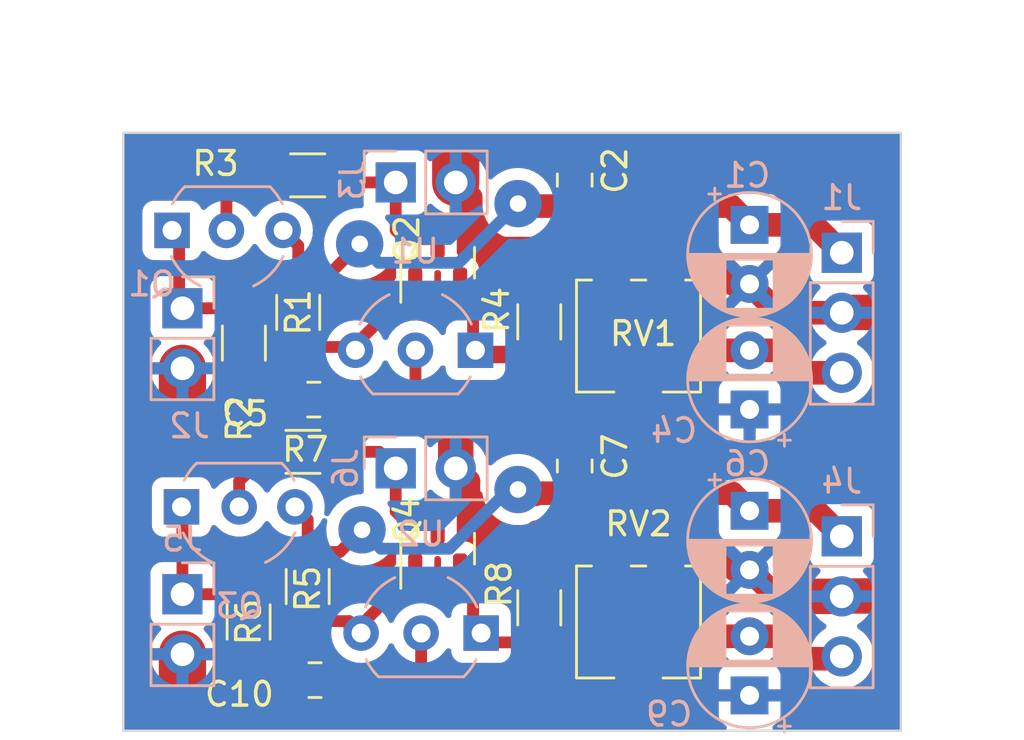
<source format=kicad_pcb>
(kicad_pcb (version 20240108) (generator "pcbnew") (generator_version "8.0")
  (layers (0 "F.Cu" signal) (31 "B.Cu" signal) (34 "B.Paste" user) (35 "F.Paste" user) (36 "B.SilkS" user "B.Silkscreen") (37 "F.SilkS" user "F.Silkscreen") (38 "B.Mask" user) (39 "F.Mask" user) (44 "Edge.Cuts" user))
  (net 0 "")
  (net 1 "+5V")
  (net 2 "GND")
  (net 3 "-5V")
  (net 4 "Net-(J3-Pad1)")
  (net 5 "Net-(Q2-Pad1)")
  (net 6 "Net-(Q4-Pad1)")
  (net 7 "Net-(J2-Pad1)")
  (net 8 "Net-(J5-Pad1)")
  (net 9 "Net-(Q1-Pad2)")
  (net 10 "Net-(Q3-Pad2)")
  (net 11 "Net-(R4-Pad2)")
  (net 12 "Net-(R8-Pad2)")
  (net 13 "Net-(J6-Pad1)")
  (net 14 "Net-(Q2-Pad2)")
  (net 15 "Net-(Q4-Pad2)")
  (footprint "Package_TO_SOT_SMD:SOT-23" (layer "F.Cu") (at 129.5 95.7 90)
    (property "Reference" "Q4" (at 1.2 -1.3 90) (layer "F.SilkS"))
    (property "Value" "BC847")
    (pad "1" smd roundrect (at -0.9375 -0.95 90) (size 1.475 0.6) (layers "F.Cu" "F.Paste" "F.Mask") (net 6 "Net-(Q4-Pad1)"))
    (pad "2" smd roundrect (at -0.9375 0.95 90) (size 1.475 0.6) (layers "F.Cu" "F.Paste" "F.Mask") (net 15 "Net-(Q4-Pad2)"))
    (pad "3" smd roundrect (at 0.9375 0 90) (size 1.475 0.6) (layers "F.Cu" "F.Paste" "F.Mask") (net 13 "Net-(J6-Pad1)"))
  )
  (footprint "Resistor_SMD:R_1206_3216Metric" (layer "F.Cu") (at 133.8 86.1 90)
    (property "Reference" "R4" (at 0.5 -1.8 90) (layer "F.SilkS"))
    (property "Value" "510")
    (pad "1" smd roundrect (at -1.4625 0 90) (size 1.125 1.75) (layers "F.Cu" "F.Paste" "F.Mask") (roundrect_rratio 0.222222) (net 14 "Net-(Q2-Pad2)"))
    (pad "2" smd roundrect (at 1.4625 0 90) (size 1.125 1.75) (layers "F.Cu" "F.Paste" "F.Mask") (roundrect_rratio 0.222222) (net 11 "Net-(R4-Pad2)"))
  )
  (footprint "Resistor_SMD:R_1206_3216Metric" (layer "F.Cu") (at 124 79.9)
    (property "Reference" "R3" (at -3.9 -0.5 0) (layer "F.SilkS"))
    (property "Value" "51")
    (pad "1" smd roundrect (at -1.4625 0) (size 1.125 1.75) (layers "F.Cu" "F.Paste" "F.Mask") (roundrect_rratio 0.222222) (net 9 "Net-(Q1-Pad2)"))
    (pad "2" smd roundrect (at 1.4625 0) (size 1.125 1.75) (layers "F.Cu" "F.Paste" "F.Mask") (roundrect_rratio 0.222222) (net 4 "Net-(J3-Pad1)"))
  )
  (footprint "Package_TO_SOT_SMD:SOT-23" (layer "F.Cu") (at 129.5 83.6 90)
    (property "Reference" "Q2" (at 1 -1.3 90) (layer "F.SilkS"))
    (property "Value" "BC847")
    (pad "1" smd roundrect (at -0.9375 -0.95 90) (size 1.475 0.6) (layers "F.Cu" "F.Paste" "F.Mask") (net 5 "Net-(Q2-Pad1)"))
    (pad "2" smd roundrect (at -0.9375 0.95 90) (size 1.475 0.6) (layers "F.Cu" "F.Paste" "F.Mask") (net 14 "Net-(Q2-Pad2)"))
    (pad "3" smd roundrect (at 0.9375 0 90) (size 1.475 0.6) (layers "F.Cu" "F.Paste" "F.Mask") (net 4 "Net-(J3-Pad1)"))
  )
  (footprint "Capacitor_SMD:C_0805_2012Metric" (layer "F.Cu") (at 124.26 89.39 180)
    (property "Reference" "C5" (at 2.9 -0.6 0) (layer "F.SilkS"))
    (property "Value" "0.1u")
    (pad "1" smd roundrect (at -0.95 0 180) (size 1 1.45) (layers "F.Cu" "F.Paste" "F.Mask") (net 3 "-5V"))
    (pad "2" smd roundrect (at 0.95 0 180) (size 1 1.45) (layers "F.Cu" "F.Paste" "F.Mask") (net 2 "GND"))
  )
  (footprint "Resistor_SMD:R_1206_3216Metric" (layer "F.Cu") (at 124 97.3 -90)
    (property "Reference" "R5" (at 0.1 0 -90) (layer "F.SilkS"))
    (property "Value" "6k2")
    (pad "1" smd roundrect (at -1.4625 0 270) (size 1.125 1.75) (layers "F.Cu" "F.Paste" "F.Mask") (roundrect_rratio 0.222222) (net 1 "+5V"))
    (pad "2" smd roundrect (at 1.4625 0 270) (size 1.125 1.75) (layers "F.Cu" "F.Paste" "F.Mask") (roundrect_rratio 0.222222) (net 6 "Net-(Q4-Pad1)"))
  )
  (footprint "Capacitor_SMD:C_0805_2012Metric" (layer "F.Cu") (at 135.3 80.1 90)
    (property "Reference" "C2" (at 0.4 1.7 90) (layer "F.SilkS"))
    (property "Value" "0.1u")
    (pad "1" smd roundrect (at -0.95 0 90) (size 1 1.45) (layers "F.Cu" "F.Paste" "F.Mask") (net 1 "+5V"))
    (pad "2" smd roundrect (at 0.95 0 90) (size 1 1.45) (layers "F.Cu" "F.Paste" "F.Mask") (net 2 "GND"))
  )
  (footprint "Resistor_SMD:R_1206_3216Metric" (layer "F.Cu") (at 133.8 98.2 90)
    (property "Reference" "R8" (at 1 -1.7 90) (layer "F.SilkS"))
    (property "Value" "510")
    (pad "1" smd roundrect (at -1.4625 0 90) (size 1.125 1.75) (layers "F.Cu" "F.Paste" "F.Mask") (roundrect_rratio 0.222222) (net 15 "Net-(Q4-Pad2)"))
    (pad "2" smd roundrect (at 1.4625 0 90) (size 1.125 1.75) (layers "F.Cu" "F.Paste" "F.Mask") (roundrect_rratio 0.222222) (net 12 "Net-(R8-Pad2)"))
  )
  (footprint "Potentiometer_SMD:Potentiometer_Bourns_3314S_Horizontal" (layer "F.Cu") (at 138 86.7)
    (property "Reference" "RV1" (at 0.2 -0.1 0) (layer "F.SilkS"))
    (property "Value" "1k")
    (pad "1" smd rect (at 1.15 -2.025) (size 1.2 1.75) (layers "F.Cu" "F.Paste" "F.Mask") (net 3 "-5V"))
    (pad "2" smd rect (at 0 2.025) (size 1.6 1.75) (layers "F.Cu" "F.Paste" "F.Mask") (net 3 "-5V"))
    (pad "3" smd rect (at -1.15 -2.025) (size 1.2 1.75) (layers "F.Cu" "F.Paste" "F.Mask") (net 11 "Net-(R4-Pad2)"))
  )
  (footprint "Capacitor_SMD:C_0805_2012Metric" (layer "F.Cu") (at 135.3 92.2 90)
    (property "Reference" "C7" (at 0.4 1.7 90) (layer "F.SilkS"))
    (property "Value" "0.1u")
    (pad "1" smd roundrect (at -0.95 0 90) (size 1 1.45) (layers "F.Cu" "F.Paste" "F.Mask") (net 1 "+5V"))
    (pad "2" smd roundrect (at 0.95 0 90) (size 1 1.45) (layers "F.Cu" "F.Paste" "F.Mask") (net 2 "GND"))
  )
  (footprint "Potentiometer_SMD:Potentiometer_Bourns_3314S_Horizontal" (layer "F.Cu") (at 138 98.8)
    (property "Reference" "RV2" (at 0 -4.15 0) (layer "F.SilkS"))
    (property "Value" "1k")
    (pad "1" smd rect (at 1.15 -2.025) (size 1.2 1.75) (layers "F.Cu" "F.Paste" "F.Mask") (net 3 "-5V"))
    (pad "2" smd rect (at 0 2.025) (size 1.6 1.75) (layers "F.Cu" "F.Paste" "F.Mask") (net 3 "-5V"))
    (pad "3" smd rect (at -1.15 -2.025) (size 1.2 1.75) (layers "F.Cu" "F.Paste" "F.Mask") (net 12 "Net-(R8-Pad2)"))
  )
  (footprint "Capacitor_SMD:C_0805_2012Metric" (layer "F.Cu") (at 124.31 101.26 180)
    (property "Reference" "C10" (at 3.2 -0.6 0) (layer "F.SilkS"))
    (property "Value" "0.1u")
    (pad "1" smd roundrect (at -0.95 0 180) (size 1 1.45) (layers "F.Cu" "F.Paste" "F.Mask") (net 3 "-5V"))
    (pad "2" smd roundrect (at 0.95 0 180) (size 1 1.45) (layers "F.Cu" "F.Paste" "F.Mask") (net 2 "GND"))
  )
  (footprint "Resistor_SMD:R_1206_3216Metric" (layer "F.Cu") (at 121.3 87 -90)
    (property "Reference" "R2" (at 3.2 0.2 -90) (layer "F.SilkS"))
    (property "Value" "1M")
    (pad "1" smd roundrect (at -1.4625 0 270) (size 1.125 1.75) (layers "F.Cu" "F.Paste" "F.Mask") (roundrect_rratio 0.222222) (net 7 "Net-(J2-Pad1)"))
    (pad "2" smd roundrect (at 1.4625 0 270) (size 1.125 1.75) (layers "F.Cu" "F.Paste" "F.Mask") (roundrect_rratio 0.222222) (net 2 "GND"))
  )
  (footprint "Resistor_SMD:R_1206_3216Metric" (layer "F.Cu") (at 123.6 85.7 90)
    (property "Reference" "R1" (at 0 0 90) (layer "F.SilkS"))
    (property "Value" "6k2")
    (pad "1" smd roundrect (at -1.4625 0 90) (size 1.125 1.75) (layers "F.Cu" "F.Paste" "F.Mask") (roundrect_rratio 0.222222) (net 5 "Net-(Q2-Pad1)"))
    (pad "2" smd roundrect (at 1.4625 0 90) (size 1.125 1.75) (layers "F.Cu" "F.Paste" "F.Mask") (roundrect_rratio 0.222222) (net 1 "+5V"))
  )
  (footprint "Resistor_SMD:R_1206_3216Metric" (layer "F.Cu") (at 123.8 91.6)
    (property "Reference" "R7" (at 0.1 -0.1 0) (layer "F.SilkS"))
    (property "Value" "51")
    (pad "1" smd roundrect (at -1.4625 0) (size 1.125 1.75) (layers "F.Cu" "F.Paste" "F.Mask") (roundrect_rratio 0.222222) (net 10 "Net-(Q3-Pad2)"))
    (pad "2" smd roundrect (at 1.4625 0) (size 1.125 1.75) (layers "F.Cu" "F.Paste" "F.Mask") (roundrect_rratio 0.222222) (net 13 "Net-(J6-Pad1)"))
  )
  (footprint "Resistor_SMD:R_1206_3216Metric" (layer "F.Cu") (at 121.5 98.8 -90)
    (property "Reference" "R6" (at 0 0 -90) (layer "F.SilkS"))
    (property "Value" "1M")
    (pad "1" smd roundrect (at -1.4625 0 270) (size 1.125 1.75) (layers "F.Cu" "F.Paste" "F.Mask") (roundrect_rratio 0.222222) (net 8 "Net-(J5-Pad1)"))
    (pad "2" smd roundrect (at 1.4625 0 270) (size 1.125 1.75) (layers "F.Cu" "F.Paste" "F.Mask") (roundrect_rratio 0.222222) (net 2 "GND"))
  )
  (footprint "Capacitor_THT:CP_Radial_D5.0mm_P2.50mm" (layer "B.Cu") (at 142.7 89.805113 90)
    (property "Reference" "C4" (at -0.894887 -3.2 0) (layer "B.SilkS") (effects (justify mirror)))
    (property "Value" "22u")
    (pad "1" thru_hole rect (at 0 0 90) (size 1.6 1.6) (drill 0.8) (layers "*.Cu" "*.Mask") (net 2 "GND"))
    (pad "2" thru_hole circle (at 2.5 0 90) (size 1.6 1.6) (drill 0.8) (layers "*.Cu" "*.Mask") (net 3 "-5V"))
  )
  (footprint "Connector_PinHeader_2.54mm:PinHeader_1x03_P2.54mm_Vertical" (layer "B.Cu") (at 146.6 95.175 180)
    (property "Reference" "J4" (at 0 2.33 0) (layer "B.SilkS") (effects (justify mirror)))
    (property "Value" "Conn_01x03_Female")
    (pad "1" thru_hole rect (at 0 0 180) (size 1.7 1.7) (drill 1) (layers "*.Cu" "*.Mask") (net 1 "+5V"))
    (pad "2" thru_hole oval (at 0 -2.54 180) (size 1.7 1.7) (drill 1) (layers "*.Cu" "*.Mask") (net 2 "GND"))
    (pad "3" thru_hole oval (at 0 -5.08 180) (size 1.7 1.7) (drill 1) (layers "*.Cu" "*.Mask") (net 3 "-5V"))
  )
  (footprint "Package_TO_SOT_THT:TO-92_Wide" (layer "B.Cu") (at 118.56 93.93)
    (property "Reference" "Q3" (at 2.55 4.19 0) (layer "B.SilkS") (effects (justify mirror)))
    (property "Value" "BF245A")
    (pad "1" thru_hole rect (at 0.1 0) (size 1.5 1.5) (drill 0.8) (layers "*.Cu" "*.Mask") (net 8 "Net-(J5-Pad1)"))
    (pad "2" thru_hole circle (at 2.54 0) (size 1.5 1.5) (drill 0.8) (layers "*.Cu" "*.Mask") (net 10 "Net-(Q3-Pad2)"))
    (pad "3" thru_hole circle (at 4.9 0) (size 1.5 1.5) (drill 0.8) (layers "*.Cu" "*.Mask") (net 1 "+5V"))
  )
  (footprint "Capacitor_THT:CP_Radial_D5.0mm_P2.50mm" (layer "B.Cu") (at 142.7 101.905113 90)
    (property "Reference" "C9" (at -0.794887 -3.4 0) (layer "B.SilkS") (effects (justify mirror)))
    (property "Value" "22u")
    (pad "1" thru_hole rect (at 0 0 90) (size 1.6 1.6) (drill 0.8) (layers "*.Cu" "*.Mask") (net 2 "GND"))
    (pad "2" thru_hole circle (at 2.5 0 90) (size 1.6 1.6) (drill 0.8) (layers "*.Cu" "*.Mask") (net 3 "-5V"))
  )
  (footprint "Package_TO_SOT_THT:TO-92_Wide" (layer "B.Cu") (at 118.06 82.23)
    (property "Reference" "Q1" (at -0.66 2.27 0) (layer "B.SilkS") (effects (justify mirror)))
    (property "Value" "BF245A")
    (pad "1" thru_hole rect (at 0.2 0) (size 1.5 1.5) (drill 0.8) (layers "*.Cu" "*.Mask") (net 7 "Net-(J2-Pad1)"))
    (pad "2" thru_hole circle (at 2.5 0) (size 1.5 1.5) (drill 0.8) (layers "*.Cu" "*.Mask") (net 9 "Net-(Q1-Pad2)"))
    (pad "3" thru_hole circle (at 4.9 0) (size 1.5 1.5) (drill 0.8) (layers "*.Cu" "*.Mask") (net 1 "+5V"))
  )
  (footprint "Capacitor_THT:CP_Radial_D5.0mm_P2.50mm" (layer "B.Cu") (at 142.7 94.094888 -90)
    (property "Reference" "C6" (at -1.994888 0.1 0) (layer "B.SilkS") (effects (justify mirror)))
    (property "Value" "22u")
    (pad "1" thru_hole rect (at 0 0 270) (size 1.6 1.6) (drill 0.8) (layers "*.Cu" "*.Mask") (net 1 "+5V"))
    (pad "2" thru_hole circle (at 2.5 0 270) (size 1.6 1.6) (drill 0.8) (layers "*.Cu" "*.Mask") (net 2 "GND"))
  )
  (footprint "Connector_PinHeader_2.54mm:PinHeader_1x02_P2.54mm_Vertical" (layer "B.Cu") (at 127.725 80.2 -90)
    (property "Reference" "J3" (at -0.1 1.825 90) (layer "B.SilkS") (effects (justify mirror)))
    (property "Value" "Conn_01x02_Female")
    (pad "1" thru_hole rect (at 0 0 270) (size 1.7 1.7) (drill 1) (layers "*.Cu" "*.Mask") (net 4 "Net-(J3-Pad1)"))
    (pad "2" thru_hole oval (at 0 -2.54 270) (size 1.7 1.7) (drill 1) (layers "*.Cu" "*.Mask") (net 2 "GND"))
  )
  (footprint "Capacitor_THT:CP_Radial_D5.0mm_P2.50mm" (layer "B.Cu") (at 142.7 81.994888 -90)
    (property "Reference" "C1" (at -2.094888 0.1 0) (layer "B.SilkS") (effects (justify mirror)))
    (property "Value" "22u")
    (pad "1" thru_hole rect (at 0 0 270) (size 1.6 1.6) (drill 0.8) (layers "*.Cu" "*.Mask") (net 1 "+5V"))
    (pad "2" thru_hole circle (at 2.5 0 270) (size 1.6 1.6) (drill 0.8) (layers "*.Cu" "*.Mask") (net 2 "GND"))
  )
  (footprint "Package_TO_SOT_THT:TO-92_Wide" (layer "B.Cu") (at 131.1 87.3 180)
    (property "Reference" "U1" (at 2.55 4.19 0) (layer "B.SilkS") (effects (justify mirror)))
    (property "Value" "TL431LP")
    (pad "1" thru_hole rect (at 0 0 180) (size 1.5 1.5) (drill 0.8) (layers "*.Cu" "*.Mask") (net 14 "Net-(Q2-Pad2)"))
    (pad "2" thru_hole circle (at 2.54 0 180) (size 1.5 1.5) (drill 0.8) (layers "*.Cu" "*.Mask") (net 3 "-5V"))
    (pad "3" thru_hole circle (at 5.08 0 180) (size 1.5 1.5) (drill 0.8) (layers "*.Cu" "*.Mask") (net 5 "Net-(Q2-Pad1)"))
  )
  (footprint "Connector_PinHeader_2.54mm:PinHeader_1x02_P2.54mm_Vertical" (layer "B.Cu") (at 118.7 85.525 180)
    (property "Reference" "J2" (at -0.3 -4.975 0) (layer "B.SilkS") (effects (justify mirror)))
    (property "Value" "Conn_01x02_Female")
    (pad "1" thru_hole rect (at 0 0 180) (size 1.7 1.7) (drill 1) (layers "*.Cu" "*.Mask") (net 7 "Net-(J2-Pad1)"))
    (pad "2" thru_hole oval (at 0 -2.54 180) (size 1.7 1.7) (drill 1) (layers "*.Cu" "*.Mask") (net 2 "GND"))
  )
  (footprint "Connector_PinHeader_2.54mm:PinHeader_1x02_P2.54mm_Vertical" (layer "B.Cu") (at 118.7 97.625 180)
    (property "Reference" "J5" (at 0 2.33 0) (layer "B.SilkS") (effects (justify mirror)))
    (property "Value" "Conn_01x02_Female")
    (pad "1" thru_hole rect (at 0 0 180) (size 1.7 1.7) (drill 1) (layers "*.Cu" "*.Mask") (net 8 "Net-(J5-Pad1)"))
    (pad "2" thru_hole oval (at 0 -2.54 180) (size 1.7 1.7) (drill 1) (layers "*.Cu" "*.Mask") (net 2 "GND"))
  )
  (footprint "Connector_PinHeader_2.54mm:PinHeader_1x03_P2.54mm_Vertical" (layer "B.Cu") (at 146.6 83.175 180)
    (property "Reference" "J1" (at 0 2.33 0) (layer "B.SilkS") (effects (justify mirror)))
    (property "Value" "Conn_01x03_Female")
    (pad "1" thru_hole rect (at 0 0 180) (size 1.7 1.7) (drill 1) (layers "*.Cu" "*.Mask") (net 1 "+5V"))
    (pad "2" thru_hole oval (at 0 -2.54 180) (size 1.7 1.7) (drill 1) (layers "*.Cu" "*.Mask") (net 2 "GND"))
    (pad "3" thru_hole oval (at 0 -5.08 180) (size 1.7 1.7) (drill 1) (layers "*.Cu" "*.Mask") (net 3 "-5V"))
  )
  (footprint "Package_TO_SOT_THT:TO-92_Wide" (layer "B.Cu") (at 131.34 99.27 180)
    (property "Reference" "U2" (at 2.55 4.19 0) (layer "B.SilkS") (effects (justify mirror)))
    (property "Value" "TL431LP")
    (pad "1" thru_hole rect (at 0 0 180) (size 1.5 1.5) (drill 0.8) (layers "*.Cu" "*.Mask") (net 15 "Net-(Q4-Pad2)"))
    (pad "2" thru_hole circle (at 2.54 0 180) (size 1.5 1.5) (drill 0.8) (layers "*.Cu" "*.Mask") (net 3 "-5V"))
    (pad "3" thru_hole circle (at 5.08 0 180) (size 1.5 1.5) (drill 0.8) (layers "*.Cu" "*.Mask") (net 6 "Net-(Q4-Pad1)"))
  )
  (footprint "Connector_PinHeader_2.54mm:PinHeader_1x02_P2.54mm_Vertical" (layer "B.Cu") (at 127.725 92.3 -90)
    (property "Reference" "J6" (at 0 2.125 90) (layer "B.SilkS") (effects (justify mirror)))
    (property "Value" "Conn_01x02_Female")
    (pad "1" thru_hole rect (at 0 0 270) (size 1.7 1.7) (drill 1) (layers "*.Cu" "*.Mask") (net 13 "Net-(J6-Pad1)"))
    (pad "2" thru_hole oval (at 0 -2.54 270) (size 1.7 1.7) (drill 1) (layers "*.Cu" "*.Mask") (net 2 "GND"))
  )
  (gr_rect (start 116.2 78.1) (end 149.1 103.4) (stroke (width 0.1)) (fill none) (layer "Edge.Cuts"))
  (segment (start 123.6 82.87) (end 123.03 82.3) (width 0.5) (layer "F.Cu") (net 1))
  (segment (start 123.6 84.2375) (end 124.7625 84.2375) (width 0.5) (layer "F.Cu") (net 1))
  (segment (start 142.7 94.094888) (end 145.519888 94.094888) (width 1) (layer "F.Cu") (net 1))
  (segment (start 141.905112 81.2) (end 142.7 81.994888) (width 1) (layer "F.Cu") (net 1))
  (segment (start 133.004614 81.2) (end 141.905112 81.2) (width 1) (layer "F.Cu") (net 1))
  (segment (start 133.104614 93.4) (end 133.65 93.4) (width 1) (layer "F.Cu") (net 1))
  (segment (start 124 95.8375) (end 124 94.47) (width 0.5) (layer "F.Cu") (net 1))
  (segment (start 132.9 81.095386) (end 133.004614 81.2) (width 1) (layer "F.Cu") (net 1))
  (segment (start 142.7 94.094888) (end 142.694888 94.1) (width 0.5) (layer "F.Cu") (net 1))
  (segment (start 132.9 93.195386) (end 133.104614 93.4) (width 1) (layer "F.Cu") (net 1))
  (segment (start 123.6 84.2375) (end 123.6 82.87) (width 0.5) (layer "F.Cu") (net 1))
  (segment (start 124.7625 84.2375) (end 126.2 82.8) (width 0.5) (layer "F.Cu") (net 1))
  (segment (start 133.65 81.3) (end 133.7 81.25) (width 0.5) (layer "F.Cu") (net 1))
  (segment (start 125.3625 95.8375) (end 126.3 94.9) (width 0.5) (layer "F.Cu") (net 1))
  (segment (start 124 95.8375) (end 125.3625 95.8375) (width 0.5) (layer "F.Cu") (net 1))
  (segment (start 142.7 81.994888) (end 142.694888 82) (width 0.5) (layer "F.Cu") (net 1))
  (segment (start 142.7 81.994888) (end 145.419888 81.994888) (width 1) (layer "F.Cu") (net 1))
  (segment (start 145.519888 94.094888) (end 146.7 95.275) (width 1) (layer "F.Cu") (net 1))
  (segment (start 124 94.47) (end 123.46 93.93) (width 0.5) (layer "F.Cu") (net 1))
  (segment (start 145.419888 81.994888) (end 146.6 83.175) (width 1) (layer "F.Cu") (net 1))
  (segment (start 141.955112 93.35) (end 142.7 94.094888) (width 1) (layer "F.Cu") (net 1))
  (segment (start 133.7 93.35) (end 141.955112 93.35) (width 1) (layer "F.Cu") (net 1))
  (via (at 132.9 93.195386) (size 2) (drill 0.7) (layers "F.Cu" "B.Cu") (net 1))
  (via (at 126.2 82.8) (size 2) (drill 0.7) (layers "F.Cu" "B.Cu") (net 1))
  (via (at 126.3 94.9) (size 2) (drill 0.7) (layers "F.Cu" "B.Cu") (net 1))
  (via (at 132.9 81.095386) (size 2) (drill 0.7) (layers "F.Cu" "B.Cu") (net 1))
  (segment (start 126.2 82.8) (end 127 83.6) (width 0.5) (layer "B.Cu") (net 1))
  (segment (start 130 95.7) (end 132.504614 93.195386) (width 0.5) (layer "B.Cu") (net 1))
  (segment (start 127 83.6) (end 130.395386 83.6) (width 0.5) (layer "B.Cu") (net 1))
  (segment (start 132.504614 93.195386) (end 132.9 93.195386) (width 0.5) (layer "B.Cu") (net 1))
  (segment (start 126.3 94.9) (end 127.1 95.7) (width 0.5) (layer "B.Cu") (net 1))
  (segment (start 127.1 95.7) (end 130 95.7) (width 0.5) (layer "B.Cu") (net 1))
  (segment (start 130.395386 83.6) (end 132.9 81.095386) (width 0.5) (layer "B.Cu") (net 1))
  (segment (start 130.265 90.665) (end 130.2 90.6) (width 1) (layer "F.Cu") (net 2))
  (segment (start 141.994888 84.494888) (end 142.7 84.494888) (width 1) (layer "F.Cu") (net 2))
  (segment (start 130.2 90.6) (end 135.9 90.6) (width 1) (layer "F.Cu") (net 2))
  (segment (start 142.7 96.594888) (end 143.820112 97.715) (width 1) (layer "F.Cu") (net 2))
  (segment (start 142.7 84.494888) (end 143.920112 85.715) (width 1) (layer "F.Cu") (net 2))
  (segment (start 135.1 83) (end 135.3 82.8) (width 1) (layer "F.Cu") (net 2))
  (segment (start 130.8 94.037081) (end 130.8 92.835) (width 1) (layer "F.Cu") (net 2))
  (segment (start 146.6 97.715) (end 145.215 97.715) (width 1.5) (layer "F.Cu") (net 2))
  (segment (start 130.265 90.965) (end 130.2 90.9) (width 1.5) (layer "F.Cu") (net 2))
  (segment (start 130.265 92.3) (end 130.265 90.965) (width 1.5) (layer "F.Cu") (net 2))
  (segment (start 130.8 92.835) (end 130.265 92.3) (width 1) (layer "F.Cu") (net 2))
  (segment (start 130.9 80.835) (end 130.9 82.3) (width 1) (layer "F.Cu") (net 2))
  (segment (start 130.265 80.2) (end 130.265 79.3) (width 2) (layer "F.Cu") (net 2))
  (segment (start 135.3 82.8) (end 140.3 82.8) (width 1) (layer "F.Cu") (net 2))
  (segment (start 130 78.8) (end 135 78.8) (width 1) (layer "F.Cu") (net 2))
  (segment (start 143.820112 97.715) (end 146.6 97.715) (width 1) (layer "F.Cu") (net 2))
  (segment (start 118.7 100.165) (end 118.7 101.9) (width 2) (layer "F.Cu") (net 2))
  (segment (start 133.5 95.194888) (end 131.957807 95.194888) (width 1) (layer "F.Cu") (net 2))
  (segment (start 133.694888 95) (end 140.5 95) (width 1) (layer "F.Cu") (net 2))
  (segment (start 143.920112 85.715) (end 146.6 85.715) (width 1) (layer "F.Cu") (net 2))
  (segment (start 146.615 97.7) (end 146.6 97.715) (width 1.5) (layer "F.Cu") (net 2))
  (segment (start 131.6 83) (end 135.1 83) (width 1) (layer "F.Cu") (net 2))
  (segment (start 142.7 89.805113) (end 142.405113 90.1) (width 0.5) (layer "F.Cu") (net 2))
  (segment (start 118.7 88.065) (end 118.7 89.8) (width 2) (layer "F.Cu") (net 2))
  (segment (start 147.7 97.7) (end 146.615 97.7) (width 1.5) (layer "F.Cu") (net 2))
  (segment (start 143.2 90.305113) (end 142.7 89.805113) (width 0.5) (layer "F.Cu") (net 2))
  (segment (start 133.5 95.194888) (end 133.694888 95) (width 1) (layer "F.Cu") (net 2))
  (segment (start 142.094888 96.594888) (end 142.7 96.594888) (width 1) (layer "F.Cu") (net 2))
  (segment (start 130.265 80.2) (end 130.9 80.835) (width 1) (layer "F.Cu") (net 2))
  (segment (start 146.615 85.7) (end 146.6 85.715) (width 1.5) (layer "F.Cu") (net 2))
  (segment (start 140.5 95) (end 142.094888 96.594888) (width 1) (layer "F.Cu") (net 2))
  (segment (start 131.957807 95.194888) (end 130.8 94.037081) (width 1) (layer "F.Cu") (net 2))
  (segment (start 142.7 101.905113) (end 142.405113 102.2) (width 0.5) (layer "F.Cu") (net 2))
  (segment (start 143.2 102.405113) (end 142.7 101.905113) (width 0.5) (layer "F.Cu") (net 2))
  (segment (start 130.9 82.3) (end 131.6 83) (width 1) (layer "F.Cu") (net 2))
  (segment (start 140.3 82.8) (end 141.994888 84.494888) (width 1) (layer "F.Cu") (net 2))
  (segment (start 147.7 85.7) (end 146.615 85.7) (width 1.5) (layer "F.Cu") (net 2))
  (segment (start 139.975 96.775) (end 140.7 97.5) (width 1) (layer "F.Cu") (net 3))
  (segment (start 142.7 87.305113) (end 140.805113 87.305113) (width 1) (layer "F.Cu") (net 3))
  (segment (start 128.55 87.41) (end 128.46 87.5) (width 0.5) (layer "F.Cu") (net 3))
  (segment (start 144.105113 99.405113) (end 145.055 100.355) (width 1) (layer "F.Cu") (net 3))
  (segment (start 141.205113 99.405113) (end 142.7 99.405113) (width 1) (layer "F.Cu") (net 3))
  (segment (start 129.5 89.2) (end 137.525 89.2) (width 1) (layer "F.Cu") (net 3))
  (segment (start 128.8 99.27) (end 128.8 100.8) (width 0.5) (layer "F.Cu") (net 3))
  (segment (start 130.5 101.2) (end 137.625 101.2) (width 1) (layer "F.Cu") (net 3))
  (segment (start 141 99.2) (end 141.205113 99.405113) (width 1) (layer "F.Cu") (net 3))
  (segment (start 140.8 85.6) (end 140.8 86.9) (width 1) (layer "F.Cu") (net 3))
  (segment (start 137.525 89.2) (end 138 88.725) (width 1) (layer "F.Cu") (net 3))
  (segment (start 129.2 101.2) (end 130.5 101.2) (width 1) (layer "F.Cu") (net 3))
  (segment (start 137.625 101.2) (end 138 100.825) (width 1) (layer "F.Cu") (net 3))
  (segment (start 144.105113 87.305113) (end 145.055 88.255) (width 1) (layer "F.Cu") (net 3))
  (segment (start 138 100.825) (end 139.375 100.825) (width 1) (layer "F.Cu") (net 3))
  (segment (start 125.26 101.26) (end 125.32 101.2) (width 1) (layer "F.Cu") (net 3))
  (segment (start 140.805113 87.305113) (end 140.8 87.3) (width 1) (layer "F.Cu") (net 3))
  (segment (start 139.15 84.675) (end 139.875 84.675) (width 1) (layer "F.Cu") (net 3))
  (segment (start 128.8 100.8) (end 129.2 101.2) (width 0.5) (layer "F.Cu") (net 3))
  (segment (start 128.56 87.3) (end 128.56 88.94) (width 0.5) (layer "F.Cu") (net 3))
  (segment (start 139.875 84.675) (end 140.8 85.6) (width 1) (layer "F.Cu") (net 3))
  (segment (start 125.32 101.2) (end 129.2 101.2) (width 1) (layer "F.Cu") (net 3))
  (segment (start 139.375 88.725) (end 140.8 87.3) (width 1) (layer "F.Cu") (net 3))
  (segment (start 125.21 89.39) (end 125.4 89.2) (width 1) (layer "F.Cu") (net 3))
  (segment (start 145.055 88.255) (end 146.6 88.255) (width 1) (layer "F.Cu") (net 3))
  (segment (start 140.7 98.9) (end 141 99.2) (width 1) (layer "F.Cu") (net 3))
  (segment (start 142.7 87.305113) (end 144.105113 87.305113) (width 1) (layer "F.Cu") (net 3))
  (segment (start 142.7 99.405113) (end 144.105113 99.405113) (width 1) (layer "F.Cu") (net 3))
  (segment (start 139.375 100.825) (end 141 99.2) (width 1) (layer "F.Cu") (net 3))
  (segment (start 139.15 96.775) (end 139.975 96.775) (width 1) (layer "F.Cu") (net 3))
  (segment (start 128.4225 87.4625) (end 128.46 87.5) (width 0.5) (layer "F.Cu") (net 3))
  (segment (start 128.3 89.2) (end 129.5 89.2) (width 1) (layer "F.Cu") (net 3))
  (segment (start 125.4 89.2) (end 128.3 89.2) (width 1) (layer "F.Cu") (net 3))
  (segment (start 128.56 88.94) (end 128.3 89.2) (width 0.5) (layer "F.Cu") (net 3))
  (segment (start 140.7 97.5) (end 140.7 98.9) (width 1) (layer "F.Cu") (net 3))
  (segment (start 138 88.725) (end 139.375 88.725) (width 1) (layer "F.Cu") (net 3))
  (segment (start 145.055 100.355) (end 146.7 100.355) (width 1) (layer "F.Cu") (net 3))
  (segment (start 140.8 87.3) (end 140.8 86.9) (width 1) (layer "F.Cu") (net 3))
  (segment (start 128.1 82.6) (end 127.725 82.225) (width 0.5) (layer "F.Cu") (net 4))
  (segment (start 125.5625 80.2) (end 127.725 80.2) (width 0.5) (layer "F.Cu") (net 4))
  (segment (start 127.725 82.225) (end 127.725 80.2) (width 0.5) (layer "F.Cu") (net 4))
  (segment (start 129.5 82.6625) (end 129.4375 82.6) (width 0.5) (layer "F.Cu") (net 4))
  (segment (start 127.625 80.1) (end 127.725 80.2) (width 0.5) (layer "F.Cu") (net 4))
  (segment (start 129.4375 82.6) (end 128.1 82.6) (width 0.5) (layer "F.Cu") (net 4))
  (segment (start 125.8825 87.1625) (end 126.02 87.3) (width 0.5) (layer "F.Cu") (net 5))
  (segment (start 126.02 87.3) (end 126.02 87.0675) (width 0.5) (layer "F.Cu") (net 5))
  (segment (start 126.02 87.0675) (end 128.55 84.5375) (width 0.5) (layer "F.Cu") (net 5))
  (segment (start 123.6 87.1625) (end 125.8825 87.1625) (width 0.5) (layer "F.Cu") (net 5))
  (segment (start 125.7525 98.7625) (end 126.26 99.27) (width 0.5) (layer "F.Cu") (net 6))
  (segment (start 124 98.7625) (end 125.7525 98.7625) (width 0.5) (layer "F.Cu") (net 6))
  (segment (start 125.76 99.035) (end 126.3 99.575) (width 0.5) (layer "F.Cu") (net 6))
  (segment (start 126.26 99.27) (end 126.26 98.9275) (width 0.5) (layer "F.Cu") (net 6))
  (segment (start 126.26 98.9275) (end 128.55 96.6375) (width 0.5) (layer "F.Cu") (net 6))
  (segment (start 118.56 82.53) (end 118.56 85.385) (width 0.5) (layer "F.Cu") (net 7))
  (segment (start 118.26 82.23) (end 118.56 82.53) (width 0.5) (layer "F.Cu") (net 7))
  (segment (start 118.56 85.385) (end 118.7 85.525) (width 0.5) (layer "F.Cu") (net 7))
  (segment (start 118.7 85.525) (end 121.1375 85.525) (width 0.5) (layer "F.Cu") (net 7))
  (segment (start 121.1375 85.525) (end 121.3 85.6875) (width 0.5) (layer "F.Cu") (net 7))
  (segment (start 118.7 97.625) (end 118.7 93.97) (width 0.5) (layer "F.Cu") (net 8))
  (segment (start 118.7 93.97) (end 118.66 93.93) (width 0.5) (layer "F.Cu") (net 8))
  (segment (start 118.7 97.625) (end 120.9125 97.625) (width 0.5) (layer "F.Cu") (net 8))
  (segment (start 120.9125 97.625) (end 121.3 97.2375) (width 0.5) (layer "F.Cu") (net 8))
  (segment (start 121.3 80.2) (end 122.6375 80.2) (width 0.5) (layer "F.Cu") (net 9))
  (segment (start 120.56 80.94) (end 121.3 80.2) (width 0.5) (layer "F.Cu") (net 9))
  (segment (start 120.56 82.23) (end 120.56 80.94) (width 0.5) (layer "F.Cu") (net 9))
  (segment (start 121.1 93.93) (end 121.1 92.8375) (width 0.5) (layer "F.Cu") (net 10))
  (segment (start 121.1 92.8375) (end 122.3375 91.6) (width 0.5) (layer "F.Cu") (net 10))
  (segment (start 136.6125 84.4375) (end 136.85 84.675) (width 0.5) (layer "F.Cu") (net 11))
  (segment (start 133.7 84.4375) (end 136.6125 84.4375) (width 0.5) (layer "F.Cu") (net 11))
  (segment (start 136.75 84.775) (end 136.75 84.275) (width 0.5) (layer "F.Cu") (net 11))
  (segment (start 133.8 96.7375) (end 136.8125 96.7375) (width 0.5) (layer "F.Cu") (net 12))
  (segment (start 136.8125 96.7375) (end 136.85 96.775) (width 0.5) (layer "F.Cu") (net 12))
  (segment (start 127.725 92.3) (end 127.725 94.125) (width 0.5) (layer "F.Cu") (net 13))
  (segment (start 127.625 92.4) (end 127.725 92.3) (width 0.5) (layer "F.Cu") (net 13))
  (segment (start 127.725 94.125) (end 128.3 94.7) (width 0.5) (layer "F.Cu") (net 13))
  (segment (start 127.025 91.6) (end 127.725 92.3) (width 0.5) (layer "F.Cu") (net 13))
  (segment (start 128.3 94.7) (end 129.4375 94.7) (width 0.5) (layer "F.Cu") (net 13))
  (segment (start 125.2625 91.6) (end 127.025 91.6) (width 0.5) (layer "F.Cu") (net 13))
  (segment (start 129.4375 94.7) (end 129.5 94.7625) (width 0.5) (layer "F.Cu") (net 13))
  (segment (start 131 86) (end 131 87.5) (width 0.5) (layer "F.Cu") (net 14))
  (segment (start 130.45 85.15) (end 131 85.7) (width 0.5) (layer "F.Cu") (net 14))
  (segment (start 133.7 87.3625) (end 133.4625 87.6) (width 0.5) (layer "F.Cu") (net 14))
  (segment (start 130.45 84.5375) (end 130.45 85.15) (width 0.5) (layer "F.Cu") (net 14))
  (segment (start 131.1 87.6) (end 131 87.5) (width 0.5) (layer "F.Cu") (net 14))
  (segment (start 131.1 87.6) (end 131.3375 87.3625) (width 0.5) (layer "F.Cu") (net 14))
  (segment (start 133.4625 87.6) (end 131.1 87.6) (width 0.5) (layer "F.Cu") (net 14))
  (segment (start 131.3375 87.3625) (end 133.7 87.3625) (width 0.5) (layer "F.Cu") (net 14))
  (segment (start 131 85.7) (end 131 86) (width 0.5) (layer "F.Cu") (net 14))
  (segment (start 131 97.8) (end 131 99.6) (width 0.5) (layer "F.Cu") (net 15))
  (segment (start 131.0625 99.6625) (end 131 99.6) (width 0.5) (layer "F.Cu") (net 15))
  (segment (start 130.45 96.6375) (end 130.45 97.25) (width 0.5) (layer "F.Cu") (net 15))
  (segment (start 131 98) (end 131 99.6) (width 0.5) (layer "F.Cu") (net 15))
  (segment (start 130.45 97.25) (end 131 97.8) (width 0.5) (layer "F.Cu") (net 15))
  (segment (start 133.8 99.6625) (end 131.0625 99.6625) (width 0.5) (layer "F.Cu") (net 15))
  (zone (net 2) (net_name "GND") (layers "F&B.Cu") (connect_pads (clearance 0.508)) (min_thickness 0.254) (fill yes (thermal_gap 0.508) (thermal_bridge_width 0.508) (island_removal_mode 2) (island_area_min 0.5))
    (polygon (pts (xy 149.400023 103.699956) (xy 115.994688 103.696119) (xy 116.094642 77.896163) (xy 149.399977 77.9)))
  )
)
</source>
